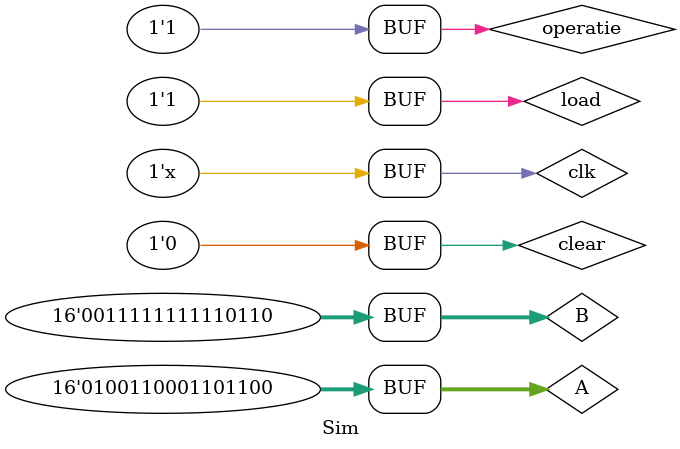
<source format=v>
`timescale 1ns / 1ps


module Sim;

	reg clear;
	reg load;
	reg clk;
	reg [15:0] A;
	reg [15:0] B;
	reg operatie;

	wire [15:0] Result;
	wire [27:0] mant;
	wire [21:0] man2;
	wire [11:0] mant_out;
	wire [9:0] exp;
	wire [5:0] valoareapulii;

	BandaAsamblare sim (clear, load, clk, A, B, operatie, Result,exp, mant, man2, valoareapulii, mant_out);

	initial begin
		clear = 0;
		load = 0;
		clk = 0;
		
		#150
		load = 1;
		operatie = 0;
		A = 16'b0100110001101100; // 17.69
		B = 16'b0011111111110110; // 1.99
		//Result = 0100110011101011
		
		#100
		A = 16'b0100001101000011; // 3.63
		B = 16'b0100100011111111; // 9.99
		//Result = 0100101011010000
		
		#100
		operatie = 1;
		A = 16'b0100110001101100; // 17.69
		B = 16'b0011111111110110; // 1.99
		
//		#100
//		A = 16'b0100011101011010; // 7.35
//		B = 16'b0011111001001000; // 1.57
//		//Result = 0100100001110110
		
//		#100
//		A = 16'b0100001010000000; // 3.25
//		B = 16'b0100010101001010; // 5.29
//		//Result = 0100100001000101
	end
	
	always begin
		 #50 clk = ~clk;
	end    
endmodule

</source>
